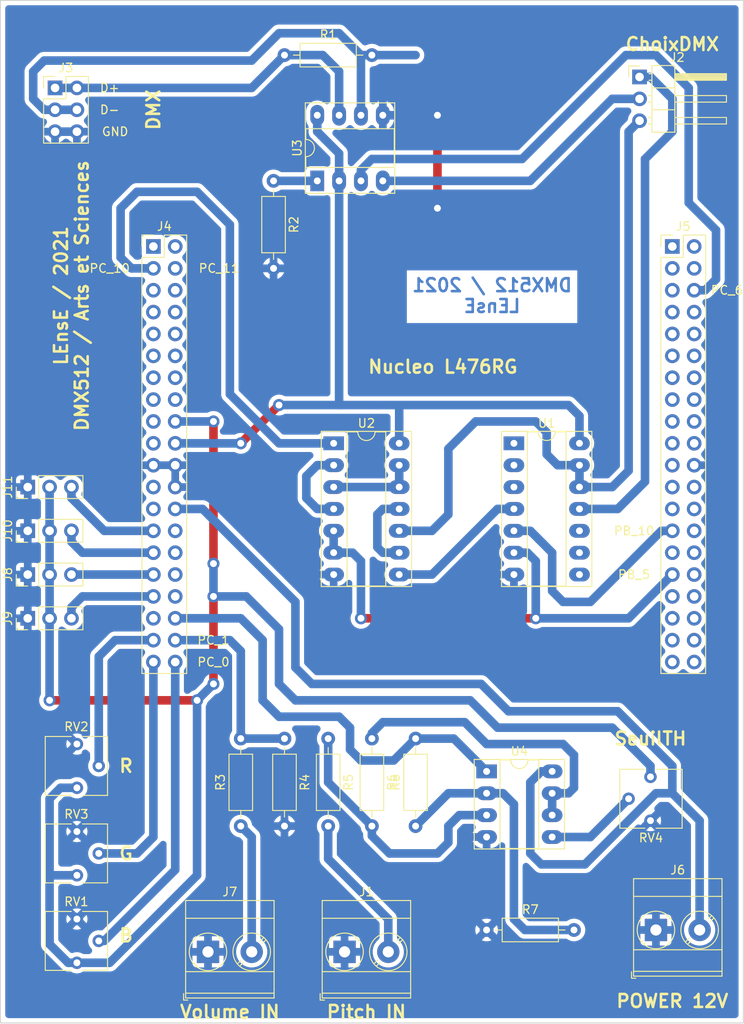
<source format=kicad_pcb>
(kicad_pcb (version 20171130) (host pcbnew "(5.1.6)-1")
  (layers (0 F.Cu signal) (31 B.Cu signal) (34 B.Paste user) (35 F.Paste user) (36 B.SilkS user) (37 F.SilkS user) (38 B.Mask user) (39 F.Mask user) (44 Edge.Cuts user))
  (net 0 "")
  (net 1 AnInB)
  (net 2 AnInG)
  (net 3 AnInR)
  (net 4 out_s)
  (net 5 start)
  (net 6 enable)
  (net 7 TX)
  (net 8 GND)
  (net 9 5V)
  (net 10 3.3V)
  (net 11 "Net-(J2-Pad3)")
  (net 12 DMX_TX)
  (net 13 "Net-(J2-Pad1)")
  (net 14 "Net-(J3-Pad3)")
  (net 15 "Net-(J3-Pad1)")
  (net 16 "Net-(R2-Pad1)")
  (net 17 notstart)
  (net 18 "Net-(U1-Pad4)")
  (net 19 "Net-(J4-Pad1)")
  (net 20 "Net-(J4-Pad2)")
  (net 21 "Net-(J4-Pad4)")
  (net 22 "Net-(J4-Pad5)")
  (net 23 "Net-(J4-Pad6)")
  (net 24 "Net-(J4-Pad7)")
  (net 25 "Net-(J4-Pad8)")
  (net 26 "Net-(J4-Pad9)")
  (net 27 "Net-(J4-Pad10)")
  (net 28 "Net-(J4-Pad11)")
  (net 29 "Net-(J4-Pad12)")
  (net 30 "Net-(J4-Pad13)")
  (net 31 "Net-(J4-Pad14)")
  (net 32 "Net-(J4-Pad15)")
  (net 33 "Net-(J4-Pad16)")
  (net 34 "Net-(J4-Pad17)")
  (net 35 "Net-(J4-Pad19)")
  (net 36 "Net-(J4-Pad23)")
  (net 37 "Net-(J4-Pad25)")
  (net 38 "Net-(J4-Pad28)")
  (net 39 "Net-(J4-Pad30)")
  (net 40 "Net-(J4-Pad32)")
  (net 41 "Net-(J4-Pad34)")
  (net 42 "Net-(J4-Pad35)")
  (net 43 "Net-(J5-Pad40)")
  (net 44 "Net-(J5-Pad39)")
  (net 45 "Net-(J5-Pad38)")
  (net 46 "Net-(J5-Pad37)")
  (net 47 "Net-(J5-Pad36)")
  (net 48 "Net-(J5-Pad35)")
  (net 49 "Net-(J5-Pad34)")
  (net 50 "Net-(J5-Pad33)")
  (net 51 "Net-(J5-Pad32)")
  (net 52 "Net-(J5-Pad30)")
  (net 53 "Net-(J5-Pad28)")
  (net 54 "Net-(J5-Pad26)")
  (net 55 "Net-(J5-Pad24)")
  (net 56 "Net-(J5-Pad23)")
  (net 57 "Net-(J5-Pad21)")
  (net 58 "Net-(J5-Pad20)")
  (net 59 "Net-(J5-Pad19)")
  (net 60 "Net-(J5-Pad18)")
  (net 61 "Net-(J5-Pad17)")
  (net 62 "Net-(J5-Pad16)")
  (net 63 "Net-(J5-Pad15)")
  (net 64 "Net-(J5-Pad14)")
  (net 65 "Net-(J5-Pad13)")
  (net 66 "Net-(J5-Pad12)")
  (net 67 "Net-(J5-Pad10)")
  (net 68 "Net-(J5-Pad9)")
  (net 69 "Net-(J5-Pad8)")
  (net 70 "Net-(J5-Pad7)")
  (net 71 "Net-(J5-Pad5)")
  (net 72 "Net-(J5-Pad4)")
  (net 73 "Net-(J5-Pad3)")
  (net 74 "Net-(J5-Pad2)")
  (net 75 "Net-(J5-Pad1)")
  (net 76 Vinput)
  (net 77 "Net-(J5-Pad25)")
  (net 78 "Net-(U2-Pad11)")
  (net 79 "Net-(U2-Pad12)")
  (net 80 "Net-(J5-Pad29)")
  (net 81 "Net-(J5-Pad11)")
  (net 82 PitchIn)
  (net 83 VolumeIn_Adapt)
  (net 84 PitchIn_Adapt)
  (net 85 VolumeIn)
  (net 86 "Net-(R5-Pad1)")
  (net 87 PitchDC)
  (net 88 "Net-(R7-Pad2)")
  (net 89 "Net-(RV4-Pad2)")
  (net 90 Mode_Autre)
  (net 91 Choix_There)
  (net 92 Mode_Epi)
  (net 93 Mode_Demo)
  (module Package_DIP:DIP-14_W7.62mm_Socket_LongPads (layer F.Cu) (at 247.015 96.52)
    (fp_text reference U1 (at 3.81 -2.33) (layer F.SilkS))
    (fp_text value 4011)
    (pad 14 thru_hole oval (at 7.62 0) (size 2.4 1.6) (drill 0.8) (layers *.Cu *.Mask) (net 9 5V))
    (pad 7 thru_hole oval (at 0 15.24) (size 2.4 1.6) (drill 0.8) (layers *.Cu *.Mask) (net 8 GND))
    (pad 13 thru_hole oval (at 7.62 2.54) (size 2.4 1.6) (drill 0.8) (layers *.Cu *.Mask) (net 11 "Net-(J2-Pad3)"))
    (pad 6 thru_hole oval (at 0 12.7) (size 2.4 1.6) (drill 0.8) (layers *.Cu *.Mask) (net 5 start))
    (pad 12 thru_hole oval (at 7.62 5.08) (size 2.4 1.6) (drill 0.8) (layers *.Cu *.Mask) (net 11 "Net-(J2-Pad3)"))
    (pad 5 thru_hole oval (at 0 10.16) (size 2.4 1.6) (drill 0.8) (layers *.Cu *.Mask) (net 4 out_s))
    (pad 11 thru_hole oval (at 7.62 7.62) (size 2.4 1.6) (drill 0.8) (layers *.Cu *.Mask) (net 13 "Net-(J2-Pad1)"))
    (pad 4 thru_hole oval (at 0 7.62) (size 2.4 1.6) (drill 0.8) (layers *.Cu *.Mask) (net 18 "Net-(U1-Pad4)"))
    (pad 10 thru_hole oval (at 7.62 10.16) (size 2.4 1.6) (drill 0.8) (layers *.Cu *.Mask))
    (pad 3 thru_hole oval (at 0 5.08) (size 2.4 1.6) (drill 0.8) (layers *.Cu *.Mask))
    (pad 9 thru_hole oval (at 7.62 12.7) (size 2.4 1.6) (drill 0.8) (layers *.Cu *.Mask))
    (pad 2 thru_hole oval (at 0 2.54) (size 2.4 1.6) (drill 0.8) (layers *.Cu *.Mask))
    (pad 8 thru_hole oval (at 7.62 15.24) (size 2.4 1.6) (drill 0.8) (layers *.Cu *.Mask))
    (pad 1 thru_hole rect (at 0 0) (size 2.4 1.6) (drill 0.8) (layers *.Cu *.Mask))
  )
  (module Connector_PinHeader_2.54mm:PinHeader_2x20_P2.54mm_Vertical (layer F.Cu) (at 205.105 73.66)
    (fp_text reference J4 (at 1.27 -2.33) (layer F.SilkS))
    (fp_text value MORPHO_G)
    (pad 1 thru_hole rect (at 0 0) (size 1.7 1.7) (drill 1) (layers *.Cu *.Mask) (net 19 "Net-(J4-Pad1)"))
    (pad 2 thru_hole oval (at 2.54 0) (size 1.7 1.7) (drill 1) (layers *.Cu *.Mask) (net 20 "Net-(J4-Pad2)"))
    (pad 3 thru_hole oval (at 0 2.54) (size 1.7 1.7) (drill 1) (layers *.Cu *.Mask) (net 7 TX))
    (pad 4 thru_hole oval (at 2.54 2.54) (size 1.7 1.7) (drill 1) (layers *.Cu *.Mask) (net 21 "Net-(J4-Pad4)"))
    (pad 5 thru_hole oval (at 0 5.08) (size 1.7 1.7) (drill 1) (layers *.Cu *.Mask) (net 22 "Net-(J4-Pad5)"))
    (pad 6 thru_hole oval (at 2.54 5.08) (size 1.7 1.7) (drill 1) (layers *.Cu *.Mask) (net 23 "Net-(J4-Pad6)"))
    (pad 7 thru_hole oval (at 0 7.62) (size 1.7 1.7) (drill 1) (layers *.Cu *.Mask) (net 24 "Net-(J4-Pad7)"))
    (pad 8 thru_hole oval (at 2.54 7.62) (size 1.7 1.7) (drill 1) (layers *.Cu *.Mask) (net 25 "Net-(J4-Pad8)"))
    (pad 9 thru_hole oval (at 0 10.16) (size 1.7 1.7) (drill 1) (layers *.Cu *.Mask) (net 26 "Net-(J4-Pad9)"))
    (pad 10 thru_hole oval (at 2.54 10.16) (size 1.7 1.7) (drill 1) (layers *.Cu *.Mask) (net 27 "Net-(J4-Pad10)"))
    (pad 11 thru_hole oval (at 0 12.7) (size 1.7 1.7) (drill 1) (layers *.Cu *.Mask) (net 28 "Net-(J4-Pad11)"))
    (pad 12 thru_hole oval (at 2.54 12.7) (size 1.7 1.7) (drill 1) (layers *.Cu *.Mask) (net 29 "Net-(J4-Pad12)"))
    (pad 13 thru_hole oval (at 0 15.24) (size 1.7 1.7) (drill 1) (layers *.Cu *.Mask) (net 30 "Net-(J4-Pad13)"))
    (pad 14 thru_hole oval (at 2.54 15.24) (size 1.7 1.7) (drill 1) (layers *.Cu *.Mask) (net 31 "Net-(J4-Pad14)"))
    (pad 15 thru_hole oval (at 0 17.78) (size 1.7 1.7) (drill 1) (layers *.Cu *.Mask) (net 32 "Net-(J4-Pad15)"))
    (pad 16 thru_hole oval (at 2.54 17.78) (size 1.7 1.7) (drill 1) (layers *.Cu *.Mask) (net 33 "Net-(J4-Pad16)"))
    (pad 17 thru_hole oval (at 0 20.32) (size 1.7 1.7) (drill 1) (layers *.Cu *.Mask) (net 34 "Net-(J4-Pad17)"))
    (pad 18 thru_hole oval (at 2.54 20.32) (size 1.7 1.7) (drill 1) (layers *.Cu *.Mask) (net 10 3.3V))
    (pad 19 thru_hole oval (at 0 22.86) (size 1.7 1.7) (drill 1) (layers *.Cu *.Mask) (net 35 "Net-(J4-Pad19)"))
    (pad 20 thru_hole oval (at 2.54 22.86) (size 1.7 1.7) (drill 1) (layers *.Cu *.Mask) (net 9 5V))
    (pad 21 thru_hole oval (at 0 25.4) (size 1.7 1.7) (drill 1) (layers *.Cu *.Mask) (net 8 GND))
    (pad 22 thru_hole oval (at 2.54 25.4) (size 1.7 1.7) (drill 1) (layers *.Cu *.Mask) (net 8 GND))
    (pad 23 thru_hole oval (at 0 27.94) (size 1.7 1.7) (drill 1) (layers *.Cu *.Mask) (net 36 "Net-(J4-Pad23)"))
    (pad 24 thru_hole oval (at 2.54 27.94) (size 1.7 1.7) (drill 1) (layers *.Cu *.Mask) (net 8 GND))
    (pad 25 thru_hole oval (at 0 30.48) (size 1.7 1.7) (drill 1) (layers *.Cu *.Mask) (net 37 "Net-(J4-Pad25)"))
    (pad 26 thru_hole oval (at 2.54 30.48) (size 1.7 1.7) (drill 1) (layers *.Cu *.Mask) (net 76 Vinput))
    (pad 27 thru_hole oval (at 0 33.02) (size 1.7 1.7) (drill 1) (layers *.Cu *.Mask) (net 90 Mode_Autre))
    (pad 28 thru_hole oval (at 2.54 33.02) (size 1.7 1.7) (drill 1) (layers *.Cu *.Mask) (net 38 "Net-(J4-Pad28)"))
    (pad 29 thru_hole oval (at 0 35.56) (size 1.7 1.7) (drill 1) (layers *.Cu *.Mask) (net 91 Choix_There))
    (pad 30 thru_hole oval (at 2.54 35.56) (size 1.7 1.7) (drill 1) (layers *.Cu *.Mask) (net 39 "Net-(J4-Pad30)"))
    (pad 31 thru_hole oval (at 0 38.1) (size 1.7 1.7) (drill 1) (layers *.Cu *.Mask) (net 92 Mode_Epi))
    (pad 32 thru_hole oval (at 2.54 38.1) (size 1.7 1.7) (drill 1) (layers *.Cu *.Mask) (net 40 "Net-(J4-Pad32)"))
    (pad 33 thru_hole oval (at 0 40.64) (size 1.7 1.7) (drill 1) (layers *.Cu *.Mask) (net 93 Mode_Demo))
    (pad 34 thru_hole oval (at 2.54 40.64) (size 1.7 1.7) (drill 1) (layers *.Cu *.Mask) (net 41 "Net-(J4-Pad34)"))
    (pad 35 thru_hole oval (at 0 43.18) (size 1.7 1.7) (drill 1) (layers *.Cu *.Mask) (net 42 "Net-(J4-Pad35)"))
    (pad 36 thru_hole oval (at 2.54 43.18) (size 1.7 1.7) (drill 1) (layers *.Cu *.Mask) (net 84 PitchIn_Adapt))
    (pad 37 thru_hole oval (at 0 45.72) (size 1.7 1.7) (drill 1) (layers *.Cu *.Mask) (net 2 AnInG))
    (pad 38 thru_hole oval (at 2.54 45.72) (size 1.7 1.7) (drill 1) (layers *.Cu *.Mask) (net 83 VolumeIn_Adapt))
    (pad 39 thru_hole oval (at 0 48.26) (size 1.7 1.7) (drill 1) (layers *.Cu *.Mask) (net 1 AnInB))
    (pad 40 thru_hole oval (at 2.54 48.26) (size 1.7 1.7) (drill 1) (layers *.Cu *.Mask) (net 3 AnInR))
  )
  (module Connector_PinHeader_2.54mm:PinHeader_2x20_P2.54mm_Vertical (layer F.Cu) (at 265.43 73.66)
    (fp_text reference J5 (at 1.27 -2.33) (layer F.SilkS))
    (fp_text value MORPHO_D)
    (pad 40 thru_hole oval (at 2.54 48.26) (size 1.7 1.7) (drill 1) (layers *.Cu *.Mask) (net 43 "Net-(J5-Pad40)"))
    (pad 39 thru_hole oval (at 0 48.26) (size 1.7 1.7) (drill 1) (layers *.Cu *.Mask) (net 44 "Net-(J5-Pad39)"))
    (pad 38 thru_hole oval (at 2.54 45.72) (size 1.7 1.7) (drill 1) (layers *.Cu *.Mask) (net 45 "Net-(J5-Pad38)"))
    (pad 37 thru_hole oval (at 0 45.72) (size 1.7 1.7) (drill 1) (layers *.Cu *.Mask) (net 46 "Net-(J5-Pad37)"))
    (pad 36 thru_hole oval (at 2.54 43.18) (size 1.7 1.7) (drill 1) (layers *.Cu *.Mask) (net 47 "Net-(J5-Pad36)"))
    (pad 35 thru_hole oval (at 0 43.18) (size 1.7 1.7) (drill 1) (layers *.Cu *.Mask) (net 48 "Net-(J5-Pad35)"))
    (pad 34 thru_hole oval (at 2.54 40.64) (size 1.7 1.7) (drill 1) (layers *.Cu *.Mask) (net 49 "Net-(J5-Pad34)"))
    (pad 33 thru_hole oval (at 0 40.64) (size 1.7 1.7) (drill 1) (layers *.Cu *.Mask) (net 50 "Net-(J5-Pad33)"))
    (pad 32 thru_hole oval (at 2.54 38.1) (size 1.7 1.7) (drill 1) (layers *.Cu *.Mask) (net 51 "Net-(J5-Pad32)"))
    (pad 31 thru_hole oval (at 0 38.1) (size 1.7 1.7) (drill 1) (layers *.Cu *.Mask) (net 5 start))
    (pad 30 thru_hole oval (at 2.54 35.56) (size 1.7 1.7) (drill 1) (layers *.Cu *.Mask) (net 52 "Net-(J5-Pad30)"))
    (pad 29 thru_hole oval (at 0 35.56) (size 1.7 1.7) (drill 1) (layers *.Cu *.Mask) (net 80 "Net-(J5-Pad29)"))
    (pad 28 thru_hole oval (at 2.54 33.02) (size 1.7 1.7) (drill 1) (layers *.Cu *.Mask) (net 53 "Net-(J5-Pad28)"))
    (pad 27 thru_hole oval (at 0 33.02) (size 1.7 1.7) (drill 1) (layers *.Cu *.Mask) (net 4 out_s))
    (pad 26 thru_hole oval (at 2.54 30.48) (size 1.7 1.7) (drill 1) (layers *.Cu *.Mask) (net 54 "Net-(J5-Pad26)"))
    (pad 25 thru_hole oval (at 0 30.48) (size 1.7 1.7) (drill 1) (layers *.Cu *.Mask) (net 77 "Net-(J5-Pad25)"))
    (pad 24 thru_hole oval (at 2.54 27.94) (size 1.7 1.7) (drill 1) (layers *.Cu *.Mask) (net 55 "Net-(J5-Pad24)"))
    (pad 23 thru_hole oval (at 0 27.94) (size 1.7 1.7) (drill 1) (layers *.Cu *.Mask) (net 56 "Net-(J5-Pad23)"))
    (pad 22 thru_hole oval (at 2.54 25.4) (size 1.7 1.7) (drill 1) (layers *.Cu *.Mask) (net 8 GND))
    (pad 21 thru_hole oval (at 0 25.4) (size 1.7 1.7) (drill 1) (layers *.Cu *.Mask) (net 57 "Net-(J5-Pad21)"))
    (pad 20 thru_hole oval (at 2.54 22.86) (size 1.7 1.7) (drill 1) (layers *.Cu *.Mask) (net 58 "Net-(J5-Pad20)"))
    (pad 19 thru_hole oval (at 0 22.86) (size 1.7 1.7) (drill 1) (layers *.Cu *.Mask) (net 59 "Net-(J5-Pad19)"))
    (pad 18 thru_hole oval (at 2.54 20.32) (size 1.7 1.7) (drill 1) (layers *.Cu *.Mask) (net 60 "Net-(J5-Pad18)"))
    (pad 17 thru_hole oval (at 0 20.32) (size 1.7 1.7) (drill 1) (layers *.Cu *.Mask) (net 61 "Net-(J5-Pad17)"))
    (pad 16 thru_hole oval (at 2.54 17.78) (size 1.7 1.7) (drill 1) (layers *.Cu *.Mask) (net 62 "Net-(J5-Pad16)"))
    (pad 15 thru_hole oval (at 0 17.78) (size 1.7 1.7) (drill 1) (layers *.Cu *.Mask) (net 63 "Net-(J5-Pad15)"))
    (pad 14 thru_hole oval (at 2.54 15.24) (size 1.7 1.7) (drill 1) (layers *.Cu *.Mask) (net 64 "Net-(J5-Pad14)"))
    (pad 13 thru_hole oval (at 0 15.24) (size 1.7 1.7) (drill 1) (layers *.Cu *.Mask) (net 65 "Net-(J5-Pad13)"))
    (pad 12 thru_hole oval (at 2.54 12.7) (size 1.7 1.7) (drill 1) (layers *.Cu *.Mask) (net 66 "Net-(J5-Pad12)"))
    (pad 11 thru_hole oval (at 0 12.7) (size 1.7 1.7) (drill 1) (layers *.Cu *.Mask) (net 81 "Net-(J5-Pad11)"))
    (pad 10 thru_hole oval (at 2.54 10.16) (size 1.7 1.7) (drill 1) (layers *.Cu *.Mask) (net 67 "Net-(J5-Pad10)"))
    (pad 9 thru_hole oval (at 0 10.16) (size 1.7 1.7) (drill 1) (layers *.Cu *.Mask) (net 68 "Net-(J5-Pad9)"))
    (pad 8 thru_hole oval (at 2.54 7.62) (size 1.7 1.7) (drill 1) (layers *.Cu *.Mask) (net 69 "Net-(J5-Pad8)"))
    (pad 7 thru_hole oval (at 0 7.62) (size 1.7 1.7) (drill 1) (layers *.Cu *.Mask) (net 70 "Net-(J5-Pad7)"))
    (pad 6 thru_hole oval (at 2.54 5.08) (size 1.7 1.7) (drill 1) (layers *.Cu *.Mask) (net 6 enable))
    (pad 5 thru_hole oval (at 0 5.08) (size 1.7 1.7) (drill 1) (layers *.Cu *.Mask) (net 71 "Net-(J5-Pad5)"))
    (pad 4 thru_hole oval (at 2.54 2.54) (size 1.7 1.7) (drill 1) (layers *.Cu *.Mask) (net 72 "Net-(J5-Pad4)"))
    (pad 3 thru_hole oval (at 0 2.54) (size 1.7 1.7) (drill 1) (layers *.Cu *.Mask) (net 73 "Net-(J5-Pad3)"))
    (pad 2 thru_hole oval (at 2.54 0) (size 1.7 1.7) (drill 1) (layers *.Cu *.Mask) (net 74 "Net-(J5-Pad2)"))
    (pad 1 thru_hole rect (at 0 0) (size 1.7 1.7) (drill 1) (layers *.Cu *.Mask) (net 75 "Net-(J5-Pad1)"))
  )
  (module Connector_PinHeader_2.54mm:PinHeader_2x03_P2.54mm_Vertical (layer F.Cu) (at 193.675 55.245)
    (fp_text reference J3 (at 1.27 -2.33) (layer F.SilkS))
    (fp_text value To_Dmx)
    (pad 1 thru_hole rect (at 0 0) (size 1.7 1.7) (drill 1) (layers *.Cu *.Mask) (net 15 "Net-(J3-Pad1)"))
    (pad 2 thru_hole oval (at 2.54 0) (size 1.7 1.7) (drill 1) (layers *.Cu *.Mask) (net 15 "Net-(J3-Pad1)"))
    (pad 3 thru_hole oval (at 0 2.54) (size 1.7 1.7) (drill 1) (layers *.Cu *.Mask) (net 14 "Net-(J3-Pad3)"))
    (pad 4 thru_hole oval (at 2.54 2.54) (size 1.7 1.7) (drill 1) (layers *.Cu *.Mask) (net 14 "Net-(J3-Pad3)"))
    (pad 5 thru_hole oval (at 0 5.08) (size 1.7 1.7) (drill 1) (layers *.Cu *.Mask) (net 8 GND))
    (pad 6 thru_hole oval (at 2.54 5.08) (size 1.7 1.7) (drill 1) (layers *.Cu *.Mask) (net 8 GND))
  )
  (module Potentiometer_THT:Potentiometer_Vishay_T73YP_Vertical (layer F.Cu) (at 196.215 156.845)
    (fp_text reference RV1 (at -0.06 -7.09) (layer F.SilkS))
    (fp_text value PotR)
    (pad 1 thru_hole circle (at 0 0) (size 1.44 1.44) (drill 0.8) (layers *.Cu *.Mask) (net 10 3.3V))
    (pad 2 thru_hole circle (at 2.54 -2.54) (size 1.44 1.44) (drill 0.8) (layers *.Cu *.Mask) (net 3 AnInR))
    (pad 3 thru_hole circle (at 0 -5.08) (size 1.44 1.44) (drill 0.8) (layers *.Cu *.Mask) (net 8 GND))
  )
  (module Potentiometer_THT:Potentiometer_Vishay_T73YP_Vertical (layer F.Cu) (at 196.215 136.525)
    (fp_text reference RV2 (at -0.06 -7.09) (layer F.SilkS))
    (fp_text value PotG)
    (pad 3 thru_hole circle (at 0 -5.08) (size 1.44 1.44) (drill 0.8) (layers *.Cu *.Mask) (net 8 GND))
    (pad 2 thru_hole circle (at 2.54 -2.54) (size 1.44 1.44) (drill 0.8) (layers *.Cu *.Mask) (net 2 AnInG))
    (pad 1 thru_hole circle (at 0 0) (size 1.44 1.44) (drill 0.8) (layers *.Cu *.Mask) (net 10 3.3V))
  )
  (module Potentiometer_THT:Potentiometer_Vishay_T73YP_Vertical (layer F.Cu) (at 196.215 146.685)
    (fp_text reference RV3 (at -0.06 -7.09) (layer F.SilkS))
    (fp_text value PotB)
    (pad 3 thru_hole circle (at 0 -5.08) (size 1.44 1.44) (drill 0.8) (layers *.Cu *.Mask) (net 8 GND))
    (pad 2 thru_hole circle (at 2.54 -2.54) (size 1.44 1.44) (drill 0.8) (layers *.Cu *.Mask) (net 1 AnInB))
    (pad 1 thru_hole circle (at 0 0) (size 1.44 1.44) (drill 0.8) (layers *.Cu *.Mask) (net 10 3.3V))
  )
  (module Package_DIP:DIP-8_W7.62mm_Socket_LongPads (layer F.Cu) (at 224.155 66.04 90)
    (fp_text reference U3 (at 3.81 -2.33 90) (layer F.SilkS))
    (fp_text value MAX485)
    (pad 1 thru_hole rect (at 0 0 90) (size 2.4 1.6) (drill 0.8) (layers *.Cu *.Mask) (net 16 "Net-(R2-Pad1)"))
    (pad 5 thru_hole oval (at 7.62 7.62 90) (size 2.4 1.6) (drill 0.8) (layers *.Cu *.Mask) (net 8 GND))
    (pad 2 thru_hole oval (at 0 2.54 90) (size 2.4 1.6) (drill 0.8) (layers *.Cu *.Mask) (net 9 5V))
    (pad 6 thru_hole oval (at 7.62 5.08 90) (size 2.4 1.6) (drill 0.8) (layers *.Cu *.Mask) (net 14 "Net-(J3-Pad3)"))
    (pad 3 thru_hole oval (at 0 5.08 90) (size 2.4 1.6) (drill 0.8) (layers *.Cu *.Mask) (net 6 enable))
    (pad 7 thru_hole oval (at 7.62 2.54 90) (size 2.4 1.6) (drill 0.8) (layers *.Cu *.Mask) (net 15 "Net-(J3-Pad1)"))
    (pad 4 thru_hole oval (at 0 7.62 90) (size 2.4 1.6) (drill 0.8) (layers *.Cu *.Mask) (net 12 DMX_TX))
    (pad 8 thru_hole oval (at 7.62 0 90) (size 2.4 1.6) (drill 0.8) (layers *.Cu *.Mask) (net 9 5V))
  )
  (module TerminalBlock_Phoenix:TerminalBlock_Phoenix_MKDS-3-2-5.08_1x02_P5.08mm_Horizontal (layer F.Cu) (at 263.525 153.035)
    (fp_text reference J6 (at 2.54 -6.96) (layer F.SilkS))
    (fp_text value Power)
    (pad 1 thru_hole rect (at 0 0) (size 2.6 2.6) (drill 1.3) (layers *.Cu *.Mask) (net 8 GND))
    (pad 2 thru_hole circle (at 5.08 0) (size 2.6 2.6) (drill 1.3) (layers *.Cu *.Mask) (net 76 Vinput))
  )
  (module Connector_PinHeader_2.54mm:PinHeader_1x03_P2.54mm_Horizontal (layer F.Cu) (at 261.62 53.975)
    (fp_text reference J2 (at 4.385 -2.27) (layer F.SilkS))
    (fp_text value ChoixDMX)
    (pad 1 thru_hole rect (at 0 0) (size 1.7 1.7) (drill 1) (layers *.Cu *.Mask) (net 13 "Net-(J2-Pad1)"))
    (pad 2 thru_hole oval (at 0 2.54) (size 1.7 1.7) (drill 1) (layers *.Cu *.Mask) (net 12 DMX_TX))
    (pad 3 thru_hole oval (at 0 5.08) (size 1.7 1.7) (drill 1) (layers *.Cu *.Mask) (net 11 "Net-(J2-Pad3)"))
  )
  (module Package_DIP:DIP-14_W7.62mm_Socket_LongPads (layer F.Cu) (at 226.06 96.52)
    (fp_text reference U2 (at 3.81 -2.33) (layer F.SilkS))
    (fp_text value 4011)
    (pad 1 thru_hole rect (at 0 0) (size 2.4 1.6) (drill 0.8) (layers *.Cu *.Mask) (net 7 TX))
    (pad 8 thru_hole oval (at 7.62 15.24) (size 2.4 1.6) (drill 0.8) (layers *.Cu *.Mask) (net 18 "Net-(U1-Pad4)"))
    (pad 2 thru_hole oval (at 0 2.54) (size 2.4 1.6) (drill 0.8) (layers *.Cu *.Mask) (net 17 notstart))
    (pad 9 thru_hole oval (at 7.62 12.7) (size 2.4 1.6) (drill 0.8) (layers *.Cu *.Mask) (net 78 "Net-(U2-Pad11)"))
    (pad 3 thru_hole oval (at 0 5.08) (size 2.4 1.6) (drill 0.8) (layers *.Cu *.Mask) (net 79 "Net-(U2-Pad12)"))
    (pad 10 thru_hole oval (at 7.62 10.16) (size 2.4 1.6) (drill 0.8) (layers *.Cu *.Mask) (net 11 "Net-(J2-Pad3)"))
    (pad 4 thru_hole oval (at 0 7.62) (size 2.4 1.6) (drill 0.8) (layers *.Cu *.Mask) (net 17 notstart))
    (pad 11 thru_hole oval (at 7.62 7.62) (size 2.4 1.6) (drill 0.8) (layers *.Cu *.Mask) (net 78 "Net-(U2-Pad11)"))
    (pad 5 thru_hole oval (at 0 10.16) (size 2.4 1.6) (drill 0.8) (layers *.Cu *.Mask) (net 5 start))
    (pad 12 thru_hole oval (at 7.62 5.08) (size 2.4 1.6) (drill 0.8) (layers *.Cu *.Mask) (net 79 "Net-(U2-Pad12)"))
    (pad 6 thru_hole oval (at 0 12.7) (size 2.4 1.6) (drill 0.8) (layers *.Cu *.Mask) (net 5 start))
    (pad 13 thru_hole oval (at 7.62 2.54) (size 2.4 1.6) (drill 0.8) (layers *.Cu *.Mask) (net 79 "Net-(U2-Pad12)"))
    (pad 7 thru_hole oval (at 0 15.24) (size 2.4 1.6) (drill 0.8) (layers *.Cu *.Mask) (net 8 GND))
    (pad 14 thru_hole oval (at 7.62 0) (size 2.4 1.6) (drill 0.8) (layers *.Cu *.Mask) (net 9 5V))
  )
  (module TerminalBlock_Phoenix:TerminalBlock_Phoenix_MKDS-3-2-5.08_1x02_P5.08mm_Horizontal (layer F.Cu) (at 211.455 155.575)
    (fp_text reference J7 (at 2.54 -6.96) (layer F.SilkS))
    (fp_text value VolumeIn)
    (pad 1 thru_hole rect (at 0 0) (size 2.6 2.6) (drill 1.3) (layers *.Cu *.Mask) (net 8 GND))
    (pad 2 thru_hole circle (at 5.08 0) (size 2.6 2.6) (drill 1.3) (layers *.Cu *.Mask) (net 85 VolumeIn))
  )
  (module Resistor_THT:R_Axial_DIN0207_L6.3mm_D2.5mm_P10.16mm_Horizontal (layer F.Cu) (at 215.265 140.97 90)
    (fp_text reference R3 (at 5.08 -2.37 90) (layer F.SilkS))
    (fp_text value 22k)
    (pad 2 thru_hole oval (at 10.16 0 90) (size 1.6 1.6) (drill 0.8) (layers *.Cu *.Mask) (net 83 VolumeIn_Adapt))
    (pad 1 thru_hole circle (at 0 0 90) (size 1.6 1.6) (drill 0.8) (layers *.Cu *.Mask) (net 85 VolumeIn))
  )
  (module Resistor_THT:R_Axial_DIN0207_L6.3mm_D2.5mm_P10.16mm_Horizontal (layer F.Cu) (at 220.345 130.81 270)
    (fp_text reference R4 (at 5.08 -2.37 270) (layer F.SilkS))
    (fp_text value 10k)
    (pad 1 thru_hole circle (at 0 0 270) (size 1.6 1.6) (drill 0.8) (layers *.Cu *.Mask) (net 83 VolumeIn_Adapt))
    (pad 2 thru_hole oval (at 10.16 0 270) (size 1.6 1.6) (drill 0.8) (layers *.Cu *.Mask) (net 8 GND))
  )
  (module Resistor_THT:R_Axial_DIN0207_L6.3mm_D2.5mm_P10.16mm_Horizontal (layer F.Cu) (at 225.425 130.81 270)
    (fp_text reference R5 (at 5.08 -2.37 270) (layer F.SilkS))
    (fp_text value 47k)
    (pad 2 thru_hole oval (at 10.16 0 270) (size 1.6 1.6) (drill 0.8) (layers *.Cu *.Mask) (net 82 PitchIn))
    (pad 1 thru_hole circle (at 0 0 270) (size 1.6 1.6) (drill 0.8) (layers *.Cu *.Mask) (net 86 "Net-(R5-Pad1)"))
  )
  (module Resistor_THT:R_Axial_DIN0207_L6.3mm_D2.5mm_P10.16mm_Horizontal (layer F.Cu) (at 230.505 130.81 270)
    (fp_text reference R6 (at 5.08 -2.37 270) (layer F.SilkS))
    (fp_text value 22k)
    (pad 1 thru_hole circle (at 0 0 270) (size 1.6 1.6) (drill 0.8) (layers *.Cu *.Mask) (net 87 PitchDC))
    (pad 2 thru_hole oval (at 10.16 0 270) (size 1.6 1.6) (drill 0.8) (layers *.Cu *.Mask) (net 86 "Net-(R5-Pad1)"))
  )
  (module Resistor_THT:R_Axial_DIN0207_L6.3mm_D2.5mm_P10.16mm_Horizontal (layer F.Cu) (at 243.84 153.035)
    (fp_text reference R7 (at 5.08 -2.37) (layer F.SilkS))
    (fp_text value 47k)
    (pad 1 thru_hole circle (at 0 0) (size 1.6 1.6) (drill 0.8) (layers *.Cu *.Mask) (net 8 GND))
    (pad 2 thru_hole oval (at 10.16 0) (size 1.6 1.6) (drill 0.8) (layers *.Cu *.Mask) (net 88 "Net-(R7-Pad2)"))
  )
  (module Resistor_THT:R_Axial_DIN0207_L6.3mm_D2.5mm_P10.16mm_Horizontal (layer F.Cu) (at 235.585 140.97 90)
    (fp_text reference R8 (at 5.08 -2.37 90) (layer F.SilkS))
    (fp_text value 22k)
    (pad 2 thru_hole oval (at 10.16 0 90) (size 1.6 1.6) (drill 0.8) (layers *.Cu *.Mask) (net 84 PitchIn_Adapt))
    (pad 1 thru_hole circle (at 0 0 90) (size 1.6 1.6) (drill 0.8) (layers *.Cu *.Mask) (net 88 "Net-(R7-Pad2)"))
  )
  (module Package_DIP:DIP-8_W7.62mm_Socket_LongPads (layer F.Cu) (at 243.84 134.62)
    (fp_text reference U4 (at 3.81 -2.33) (layer F.SilkS))
    (fp_text value LM358)
    (pad 1 thru_hole rect (at 0 0) (size 2.4 1.6) (drill 0.8) (layers *.Cu *.Mask) (net 84 PitchIn_Adapt))
    (pad 5 thru_hole oval (at 7.62 7.62) (size 2.4 1.6) (drill 0.8) (layers *.Cu *.Mask) (net 89 "Net-(RV4-Pad2)"))
    (pad 2 thru_hole oval (at 0 2.54) (size 2.4 1.6) (drill 0.8) (layers *.Cu *.Mask) (net 88 "Net-(R7-Pad2)"))
    (pad 6 thru_hole oval (at 7.62 5.08) (size 2.4 1.6) (drill 0.8) (layers *.Cu *.Mask) (net 87 PitchDC))
    (pad 3 thru_hole oval (at 0 5.08) (size 2.4 1.6) (drill 0.8) (layers *.Cu *.Mask) (net 86 "Net-(R5-Pad1)"))
    (pad 7 thru_hole oval (at 7.62 2.54) (size 2.4 1.6) (drill 0.8) (layers *.Cu *.Mask) (net 87 PitchDC))
    (pad 4 thru_hole oval (at 0 7.62) (size 2.4 1.6) (drill 0.8) (layers *.Cu *.Mask) (net 8 GND))
    (pad 8 thru_hole oval (at 7.62 0) (size 2.4 1.6) (drill 0.8) (layers *.Cu *.Mask) (net 76 Vinput))
  )
  (module TerminalBlock_Phoenix:TerminalBlock_Phoenix_MKDS-3-2-5.08_1x02_P5.08mm_Horizontal (layer F.Cu) (at 227.33 155.575)
    (fp_text reference J1 (at 2.54 -6.96) (layer F.SilkS))
    (fp_text value PitchIn)
    (pad 1 thru_hole rect (at 0 0) (size 2.6 2.6) (drill 1.3) (layers *.Cu *.Mask) (net 8 GND))
    (pad 2 thru_hole circle (at 5.08 0) (size 2.6 2.6) (drill 1.3) (layers *.Cu *.Mask) (net 82 PitchIn))
  )
  (module Potentiometer_THT:Potentiometer_Vishay_T73YP_Vertical (layer F.Cu) (at 262.89 135.255 180)
    (fp_text reference RV4 (at -0.06 -7.09 180) (layer F.SilkS))
    (fp_text value ReglageVc)
    (pad 3 thru_hole circle (at 0 -5.08 180) (size 1.44 1.44) (drill 0.8) (layers *.Cu *.Mask) (net 8 GND))
    (pad 2 thru_hole circle (at 2.54 -2.54 180) (size 1.44 1.44) (drill 0.8) (layers *.Cu *.Mask) (net 89 "Net-(RV4-Pad2)"))
    (pad 1 thru_hole circle (at 0 0 180) (size 1.44 1.44) (drill 0.8) (layers *.Cu *.Mask) (net 10 3.3V))
  )
  (module Connector_PinHeader_2.54mm:PinHeader_1x03_P2.54mm_Vertical (layer F.Cu) (at 190.5 111.76 90)
    (fp_text reference J8 (at 0 -2.33 90) (layer F.SilkS))
    (fp_text value MODE_EPI_SMO)
    (pad 1 thru_hole rect (at 0 0 90) (size 1.7 1.7) (drill 1) (layers *.Cu *.Mask) (net 8 GND))
    (pad 2 thru_hole oval (at 0 2.54 90) (size 1.7 1.7) (drill 1) (layers *.Cu *.Mask) (net 10 3.3V))
    (pad 3 thru_hole oval (at 0 5.08 90) (size 1.7 1.7) (drill 1) (layers *.Cu *.Mask) (net 92 Mode_Epi))
  )
  (module Connector_PinHeader_2.54mm:PinHeader_1x03_P2.54mm_Vertical (layer F.Cu) (at 190.5 116.84 90)
    (fp_text reference J9 (at 0 -2.33 90) (layer F.SilkS))
    (fp_text value MODE_DEMO_MUSIC)
    (pad 3 thru_hole oval (at 0 5.08 90) (size 1.7 1.7) (drill 1) (layers *.Cu *.Mask) (net 93 Mode_Demo))
    (pad 2 thru_hole oval (at 0 2.54 90) (size 1.7 1.7) (drill 1) (layers *.Cu *.Mask) (net 10 3.3V))
    (pad 1 thru_hole rect (at 0 0 90) (size 1.7 1.7) (drill 1) (layers *.Cu *.Mask) (net 8 GND))
  )
  (module Connector_PinHeader_2.54mm:PinHeader_1x03_P2.54mm_Vertical (layer F.Cu) (at 190.5 106.68 90)
    (fp_text reference J10 (at 0 -2.33 90) (layer F.SilkS))
    (fp_text value CHOIX_THERE)
    (pad 1 thru_hole rect (at 0 0 90) (size 1.7 1.7) (drill 1) (layers *.Cu *.Mask) (net 8 GND))
    (pad 2 thru_hole oval (at 0 2.54 90) (size 1.7 1.7) (drill 1) (layers *.Cu *.Mask) (net 10 3.3V))
    (pad 3 thru_hole oval (at 0 5.08 90) (size 1.7 1.7) (drill 1) (layers *.Cu *.Mask) (net 91 Choix_There))
  )
  (module Connector_PinHeader_2.54mm:PinHeader_1x03_P2.54mm_Vertical (layer F.Cu) (at 190.5 101.6 90)
    (fp_text reference J11 (at 0 -2.33 90) (layer F.SilkS))
    (fp_text value MODE_AUTRE)
    (pad 3 thru_hole oval (at 0 5.08 90) (size 1.7 1.7) (drill 1) (layers *.Cu *.Mask) (net 90 Mode_Autre))
    (pad 2 thru_hole oval (at 0 2.54 90) (size 1.7 1.7) (drill 1) (layers *.Cu *.Mask) (net 10 3.3V))
    (pad 1 thru_hole rect (at 0 0 90) (size 1.7 1.7) (drill 1) (layers *.Cu *.Mask) (net 8 GND))
  )
  (module Resistor_THT:R_Axial_DIN0207_L6.3mm_D2.5mm_P10.16mm_Horizontal (layer F.Cu) (at 220.345 51.435)
    (fp_text reference R1 (at 5.08 -2.37) (layer F.SilkS))
    (fp_text value 120)
    (pad 2 thru_hole oval (at 10.16 0) (size 1.6 1.6) (drill 0.8) (layers *.Cu *.Mask) (net 14 "Net-(J3-Pad3)"))
    (pad 1 thru_hole circle (at 0 0) (size 1.6 1.6) (drill 0.8) (layers *.Cu *.Mask) (net 15 "Net-(J3-Pad1)"))
  )
  (module Resistor_THT:R_Axial_DIN0207_L6.3mm_D2.5mm_P10.16mm_Horizontal (layer F.Cu) (at 219.075 66.04 270)
    (fp_text reference R2 (at 5.08 -2.37 90) (layer F.SilkS))
    (fp_text value 120)
    (pad 1 thru_hole circle (at 0 0 270) (size 1.6 1.6) (drill 0.8) (layers *.Cu *.Mask) (net 16 "Net-(R2-Pad1)"))
    (pad 2 thru_hole oval (at 10.16 0 270) (size 1.6 1.6) (drill 0.8) (layers *.Cu *.Mask) (net 8 GND))
  )
  (gr_text DMX (at 205.105 57.785 90) (layer F.SilkS) (effects (font (size 1.5 1.5) (thickness 0.3))))
  (gr_text ChoixDMX (at 265.43 50.165) (layer F.SilkS) (effects (font (size 1.5 1.5) (thickness 0.3))))
  (gr_text "Nucleo L476RG" (at 238.76 87.63) (layer F.SilkS) (effects (font (size 1.5 1.5) (thickness 0.3))))
  (gr_text SeuilTH (at 262.89 130.81) (layer F.SilkS) (effects (font (size 1.5 1.5) (thickness 0.3))))
  (gr_text B (at 201.93 153.67) (layer F.SilkS) (effects (font (size 1.5 1.5) (thickness 0.3))))
  (gr_text G (at 201.93 144.145) (layer F.SilkS) (effects (font (size 1.5 1.5) (thickness 0.3))))
  (gr_text R (at 201.93 133.985) (layer F.SilkS) (effects (font (size 1.5 1.5) (thickness 0.3))))
  (gr_text "POWER 12V" (at 265.43 161.29) (layer F.SilkS) (effects (font (size 1.5 1.5) (thickness 0.3))))
  (gr_text "Pitch IN" (at 229.87 162.56) (layer F.SilkS) (effects (font (size 1.5 1.5) (thickness 0.3))))
  (gr_text "Volume IN" (at 213.995 162.56) (layer F.SilkS) (effects (font (size 1.5 1.5) (thickness 0.3))))
  (gr_text "LEnsE / 2021\nDMX512 / Arts et Sciences" (at 195.58 79.375 90) (layer F.SilkS) (effects (font (size 1.5 1.5) (thickness 0.3))))
  (gr_text PB_10 (at 260.985 106.68) (layer F.SilkS) (effects (font (size 1 1))))
  (gr_text PB_5 (at 260.985 111.76) (layer F.SilkS) (effects (font (size 1 1))))
  (gr_text PC_6 (at 271.78 78.74) (layer F.SilkS) (effects (font (size 1 1))))
  (gr_text "DMX512 / 2021\nLEnsE" (at 244.475 79.375) (layer B.Cu) (effects (font (size 1.5 1.5) (thickness 0.3)) (justify mirror)))
  (gr_text D- (at 200.025 57.785) (layer F.SilkS) (effects (font (size 1 1))))
  (gr_text D+ (at 200.025 55.245) (layer F.SilkS) (effects (font (size 1 1))))
  (gr_text "GND\n" (at 200.66 60.325) (layer F.SilkS) (effects (font (size 1 1))))
  (gr_text PC_11 (at 212.725 76.2) (layer F.SilkS) (effects (font (size 1 1))))
  (gr_text PC_10 (at 200.025 76.2) (layer F.SilkS) (effects (font (size 1 1))))
  (gr_text PC_1 (at 212.09 119.38) (layer F.SilkS) (effects (font (size 1 1))))
  (gr_text PC_0 (at 212.09 121.92) (layer F.SilkS) (effects (font (size 1 1))))
  (gr_line (start 273.685 45.085) (end 273.685 163.83) (layer Edge.Cuts) (width 0.1))
  (gr_line (start 187.325 45.085) (end 273.685 45.085) (layer Edge.Cuts) (width 0.1))
  (gr_line (start 187.325 163.83) (end 187.325 45.085) (layer Edge.Cuts) (width 0.1))
  (gr_line (start 273.685 163.83) (end 187.325 163.83) (layer Edge.Cuts) (width 0.1))
  (segment (start 205.105 142.24) (end 205.105 121.92) (width 1) (layer B.Cu) (net 1))
  (segment (start 198.755 144.145) (end 203.2 144.145) (width 1) (layer B.Cu) (net 1))
  (segment (start 203.2 144.145) (end 205.105 142.24) (width 1) (layer B.Cu) (net 1))
  (segment (start 198.755 133.985) (end 198.755 121.285) (width 1) (layer B.Cu) (net 2))
  (segment (start 200.66 119.38) (end 205.105 119.38) (width 1) (layer B.Cu) (net 2))
  (segment (start 198.755 121.285) (end 200.66 119.38) (width 1) (layer B.Cu) (net 2))
  (segment (start 207.645 146.05) (end 207.645 121.92) (width 1) (layer B.Cu) (net 3))
  (segment (start 198.755 154.305) (end 199.39 154.305) (width 1) (layer B.Cu) (net 3))
  (segment (start 199.39 154.305) (end 207.645 146.05) (width 1) (layer B.Cu) (net 3))
  (segment (start 255.905 114.935) (end 264.16 106.68) (width 1) (layer B.Cu) (net 4))
  (segment (start 251.46 113.665) (end 252.73 114.935) (width 1) (layer B.Cu) (net 4))
  (segment (start 264.16 106.68) (end 265.43 106.68) (width 1) (layer B.Cu) (net 4))
  (segment (start 248.92 106.68) (end 251.46 109.22) (width 1) (layer B.Cu) (net 4))
  (segment (start 247.015 106.68) (end 248.92 106.68) (width 1) (layer B.Cu) (net 4))
  (segment (start 251.46 109.22) (end 251.46 113.665) (width 1) (layer B.Cu) (net 4))
  (segment (start 252.73 114.935) (end 255.905 114.935) (width 1) (layer B.Cu) (net 4))
  (segment (start 265.43 111.76) (end 260.35 116.84) (width 1) (layer B.Cu) (net 5))
  (segment (start 260.35 116.84) (end 249.555 116.84) (width 1) (layer B.Cu) (net 5))
  (segment (start 249.555 110.195) (end 249.555 116.84) (width 1) (layer B.Cu) (net 5))
  (segment (start 247.015 109.22) (end 248.58 109.22) (width 1) (layer B.Cu) (net 5))
  (segment (start 248.58 109.22) (end 249.555 110.195) (width 1) (layer B.Cu) (net 5))
  (segment (start 226.06 106.68) (end 226.06 109.22) (width 1) (layer B.Cu) (net 5))
  (via (at 249.555 116.84) (size 1.4) (drill 0.8) (layers F.Cu B.Cu) (net 5))
  (via (at 229.235 116.84) (size 1.4) (drill 0.8) (layers F.Cu B.Cu) (net 5))
  (segment (start 226.06 109.22) (end 228.26 109.22) (width 1) (layer B.Cu) (net 5))
  (segment (start 249.555 116.84) (end 229.235 116.84) (width 1) (layer F.Cu) (net 5))
  (segment (start 228.26 109.22) (end 229.235 110.195) (width 1) (layer B.Cu) (net 5))
  (segment (start 229.235 110.195) (end 229.235 116.84) (width 1) (layer B.Cu) (net 5))
  (segment (start 247.9675 63.5) (end 230.505 63.5) (width 1) (layer B.Cu) (net 6))
  (segment (start 230.505 63.5) (end 229.235 64.77) (width 1) (layer B.Cu) (net 6))
  (segment (start 260.0325 51.435) (end 247.9675 63.5) (width 1) (layer B.Cu) (net 6))
  (segment (start 263.525 51.435) (end 260.0325 51.435) (width 1) (layer B.Cu) (net 6))
  (segment (start 269.24 78.74) (end 270.51 77.47) (width 1) (layer B.Cu) (net 6))
  (segment (start 267.97 78.74) (end 269.24 78.74) (width 1) (layer B.Cu) (net 6))
  (segment (start 270.51 77.47) (end 270.51 71.755) (width 1) (layer B.Cu) (net 6))
  (segment (start 270.51 71.755) (end 267.335 68.58) (width 1) (layer B.Cu) (net 6))
  (segment (start 267.335 68.58) (end 267.335 55.245) (width 1) (layer B.Cu) (net 6))
  (segment (start 229.235 64.77) (end 229.235 66.04) (width 1) (layer B.Cu) (net 6))
  (segment (start 267.335 55.245) (end 263.525 51.435) (width 1) (layer B.Cu) (net 6))
  (segment (start 219.71 96.52) (end 226.06 96.52) (width 1) (layer B.Cu) (net 7))
  (segment (start 213.995 71.12) (end 213.995 90.805) (width 1) (layer B.Cu) (net 7))
  (segment (start 210.185 67.31) (end 213.995 71.12) (width 1) (layer B.Cu) (net 7))
  (segment (start 202.565 76.2) (end 201.295 74.93) (width 1) (layer B.Cu) (net 7))
  (segment (start 205.105 76.2) (end 202.565 76.2) (width 1) (layer B.Cu) (net 7))
  (segment (start 213.995 90.805) (end 219.71 96.52) (width 1) (layer B.Cu) (net 7))
  (segment (start 201.295 74.93) (end 201.295 69.215) (width 1) (layer B.Cu) (net 7))
  (segment (start 201.295 69.215) (end 203.2 67.31) (width 1) (layer B.Cu) (net 7))
  (segment (start 203.2 67.31) (end 210.185 67.31) (width 1) (layer B.Cu) (net 7))
  (segment (start 193.675 60.325) (end 196.215 60.325) (width 1) (layer B.Cu) (net 8))
  (segment (start 231.775 58.42) (end 238.125 58.42) (width 1) (layer B.Cu) (net 8))
  (via (at 238.125 58.42) (size 1.4) (drill 0.8) (layers F.Cu B.Cu) (net 8))
  (segment (start 238.125 58.42) (end 238.125 69.215) (width 1) (layer F.Cu) (net 8))
  (via (at 238.125 69.215) (size 1.4) (drill 0.8) (layers F.Cu B.Cu) (net 8))
  (segment (start 224.155 58.42) (end 224.155 60.325) (width 1) (layer B.Cu) (net 9))
  (segment (start 224.155 60.325) (end 226.695 62.865) (width 1) (layer B.Cu) (net 9))
  (segment (start 226.695 62.865) (end 226.695 66.04) (width 1) (layer B.Cu) (net 9))
  (via (at 219.71 92.075) (size 1.4) (drill 0.8) (layers F.Cu B.Cu) (net 9))
  (via (at 215.264996 96.52) (size 1.4) (drill 0.8) (layers F.Cu B.Cu) (net 9))
  (segment (start 207.645 96.52) (end 215.264996 96.52) (width 1) (layer B.Cu) (net 9))
  (segment (start 215.265 96.52) (end 215.264996 96.52) (width 1) (layer F.Cu) (net 9))
  (segment (start 219.71 92.075) (end 215.265 96.52) (width 1) (layer F.Cu) (net 9))
  (segment (start 254.635 93.345) (end 254.635 96.52) (width 1) (layer B.Cu) (net 9))
  (segment (start 253.365 92.075) (end 254.635 93.345) (width 1) (layer B.Cu) (net 9))
  (segment (start 226.695 66.04) (end 226.695 92.075) (width 1) (layer B.Cu) (net 9))
  (segment (start 231.14 92.075) (end 226.695 92.075) (width 1) (layer B.Cu) (net 9))
  (segment (start 226.695 92.075) (end 219.71 92.075) (width 1) (layer B.Cu) (net 9))
  (segment (start 233.68 96.52) (end 233.68 92.075) (width 1) (layer B.Cu) (net 9))
  (segment (start 231.14 92.075) (end 233.68 92.075) (width 1) (layer B.Cu) (net 9))
  (segment (start 233.68 92.075) (end 253.365 92.075) (width 1) (layer B.Cu) (net 9))
  (segment (start 212.089996 93.98) (end 212.089998 93.980002) (width 1) (layer B.Cu) (net 10))
  (segment (start 211.455 93.98) (end 212.089996 93.98) (width 1) (layer B.Cu) (net 10))
  (segment (start 207.645 93.98) (end 211.455 93.98) (width 1) (layer B.Cu) (net 10))
  (via (at 212.089998 93.980002) (size 1.4) (drill 0.8) (layers F.Cu B.Cu) (net 10))
  (via (at 212.09 124.46) (size 1.4) (drill 0.8) (layers F.Cu B.Cu) (net 10))
  (segment (start 212.089998 124.459998) (end 212.09 124.46) (width 1) (layer F.Cu) (net 10))
  (segment (start 195.196767 156.845) (end 193.04 154.688233) (width 1) (layer B.Cu) (net 10))
  (segment (start 196.215 156.845) (end 195.196767 156.845) (width 1) (layer B.Cu) (net 10))
  (segment (start 193.04 137.795) (end 194.31 136.525) (width 1) (layer B.Cu) (net 10))
  (segment (start 194.31 136.525) (end 196.215 136.525) (width 1) (layer B.Cu) (net 10))
  (segment (start 196.215 146.685) (end 193.04 146.685) (width 1) (layer B.Cu) (net 10))
  (segment (start 193.04 154.688233) (end 193.04 146.685) (width 1) (layer B.Cu) (net 10))
  (segment (start 193.04 146.685) (end 193.04 137.795) (width 1) (layer B.Cu) (net 10))
  (segment (start 200.025 156.845) (end 196.215 156.845) (width 1) (layer B.Cu) (net 10))
  (segment (start 210.185 146.685) (end 200.025 156.845) (width 1) (layer B.Cu) (net 10))
  (segment (start 212.09 124.46) (end 210.185 126.365) (width 1) (layer B.Cu) (net 10))
  (segment (start 210.185 126.365) (end 210.185 146.685) (width 1) (layer B.Cu) (net 10))
  (via (at 212.089998 114.3) (size 1.4) (drill 0.8) (layers F.Cu B.Cu) (net 10))
  (segment (start 212.089998 114.3) (end 212.089998 124.459998) (width 1) (layer F.Cu) (net 10))
  (via (at 212.089998 110.49) (size 1.4) (drill 0.8) (layers F.Cu B.Cu) (net 10))
  (segment (start 212.089998 93.980002) (end 212.089998 110.49) (width 1) (layer F.Cu) (net 10))
  (segment (start 212.089998 110.49) (end 212.089998 114.3) (width 1) (layer B.Cu) (net 10))
  (segment (start 262.89 133.985) (end 262.89 135.255) (width 1) (layer B.Cu) (net 10))
  (segment (start 258.445 129.54) (end 262.89 133.985) (width 1) (layer B.Cu) (net 10))
  (segment (start 245.11 129.54) (end 258.445 129.54) (width 1) (layer B.Cu) (net 10))
  (segment (start 215.9 114.3) (end 219.71 118.11) (width 1) (layer B.Cu) (net 10))
  (segment (start 212.089998 114.3) (end 215.9 114.3) (width 1) (layer B.Cu) (net 10))
  (segment (start 219.71 118.11) (end 219.71 124.46) (width 1) (layer B.Cu) (net 10))
  (segment (start 221.615 126.365) (end 241.935 126.365) (width 1) (layer B.Cu) (net 10))
  (segment (start 219.71 124.46) (end 221.615 126.365) (width 1) (layer B.Cu) (net 10))
  (segment (start 241.935 126.365) (end 245.11 129.54) (width 1) (layer B.Cu) (net 10))
  (segment (start 193.04 101.6) (end 193.04 106.68) (width 1) (layer B.Cu) (net 10))
  (segment (start 193.04 106.68) (end 193.04 111.76) (width 1) (layer B.Cu) (net 10))
  (segment (start 193.04 116.84) (end 193.04 111.76) (width 1) (layer B.Cu) (net 10))
  (via (at 210.185 126.365) (size 1.4) (drill 0.8) (layers F.Cu B.Cu) (net 10))
  (segment (start 210.185 126.365) (end 193.04 126.365) (width 1) (layer F.Cu) (net 10))
  (via (at 193.04 126.365) (size 1.4) (drill 0.8) (layers F.Cu B.Cu) (net 10))
  (segment (start 193.04 116.84) (end 193.04 126.365) (width 1) (layer B.Cu) (net 10))
  (segment (start 254.635 101.6) (end 254.635 99.06) (width 1) (layer B.Cu) (net 11))
  (segment (start 252.095 99.06) (end 254.635 99.06) (width 1) (layer B.Cu) (net 11))
  (segment (start 250.825 97.79) (end 252.095 99.06) (width 1) (layer B.Cu) (net 11))
  (segment (start 249.555 93.98) (end 250.825 95.25) (width 1) (layer B.Cu) (net 11))
  (segment (start 237.49 106.68) (end 239.395 104.775) (width 1) (layer B.Cu) (net 11))
  (segment (start 250.825 95.25) (end 250.825 97.79) (width 1) (layer B.Cu) (net 11))
  (segment (start 239.395 104.775) (end 239.395 97.155) (width 1) (layer B.Cu) (net 11))
  (segment (start 233.68 106.68) (end 237.49 106.68) (width 1) (layer B.Cu) (net 11))
  (segment (start 239.395 97.155) (end 242.57 93.98) (width 1) (layer B.Cu) (net 11))
  (segment (start 242.57 93.98) (end 249.555 93.98) (width 1) (layer B.Cu) (net 11))
  (segment (start 260.35 60.325) (end 261.62 59.055) (width 1) (layer B.Cu) (net 11))
  (segment (start 260.35 99.695) (end 260.35 60.325) (width 1) (layer B.Cu) (net 11))
  (segment (start 254.635 101.6) (end 258.445 101.6) (width 1) (layer B.Cu) (net 11))
  (segment (start 258.445 101.6) (end 260.35 99.695) (width 1) (layer B.Cu) (net 11))
  (segment (start 258.445 56.515) (end 261.62 56.515) (width 1) (layer B.Cu) (net 12))
  (segment (start 231.775 66.04) (end 248.92 66.04) (width 1) (layer B.Cu) (net 12))
  (segment (start 248.92 66.04) (end 258.445 56.515) (width 1) (layer B.Cu) (net 12))
  (segment (start 265.43 56.515) (end 262.89 53.975) (width 1) (layer B.Cu) (net 13))
  (segment (start 259.08 104.14) (end 262.255 100.965) (width 1) (layer B.Cu) (net 13))
  (segment (start 262.89 53.975) (end 261.62 53.975) (width 1) (layer B.Cu) (net 13))
  (segment (start 262.255 63.5) (end 265.43 60.325) (width 1) (layer B.Cu) (net 13))
  (segment (start 254.635 104.14) (end 259.08 104.14) (width 1) (layer B.Cu) (net 13))
  (segment (start 262.255 100.965) (end 262.255 63.5) (width 1) (layer B.Cu) (net 13))
  (segment (start 265.43 60.325) (end 265.43 56.515) (width 1) (layer B.Cu) (net 13))
  (segment (start 193.675 57.785) (end 196.215 57.785) (width 1) (layer B.Cu) (net 14))
  (segment (start 231.14 51.435) (end 235.585 51.435) (width 1) (layer B.Cu) (net 14))
  (segment (start 229.235 51.435) (end 231.14 51.435) (width 1) (layer B.Cu) (net 14))
  (segment (start 229.235 58.42) (end 229.235 51.435) (width 1) (layer B.Cu) (net 14))
  (segment (start 219.71 48.895) (end 226.695 48.895) (width 1) (layer B.Cu) (net 14))
  (segment (start 192.405 57.785) (end 191.135 56.515) (width 1) (layer B.Cu) (net 14))
  (segment (start 226.695 48.895) (end 229.235 51.435) (width 1) (layer B.Cu) (net 14))
  (segment (start 191.135 56.515) (end 191.135 53.34) (width 1) (layer B.Cu) (net 14))
  (segment (start 193.675 57.785) (end 192.405 57.785) (width 1) (layer B.Cu) (net 14))
  (segment (start 191.135 53.34) (end 192.405 52.07) (width 1) (layer B.Cu) (net 14))
  (segment (start 216.535 52.07) (end 219.71 48.895) (width 1) (layer B.Cu) (net 14))
  (segment (start 192.405 52.07) (end 216.535 52.07) (width 1) (layer B.Cu) (net 14))
  (segment (start 193.675 55.245) (end 196.215 55.245) (width 1) (layer B.Cu) (net 15))
  (segment (start 216.535 55.245) (end 220.345 51.435) (width 1) (layer B.Cu) (net 15))
  (segment (start 196.215 55.245) (end 216.535 55.245) (width 1) (layer B.Cu) (net 15))
  (segment (start 220.345 51.435) (end 224.79 51.435) (width 1) (layer B.Cu) (net 15))
  (segment (start 226.695 53.34) (end 226.695 58.42) (width 1) (layer B.Cu) (net 15))
  (segment (start 224.79 51.435) (end 226.695 53.34) (width 1) (layer B.Cu) (net 15))
  (segment (start 219.075 66.04) (end 224.155 66.04) (width 1) (layer B.Cu) (net 16))
  (segment (start 224.155 99.06) (end 226.06 99.06) (width 1) (layer B.Cu) (net 17))
  (segment (start 222.885 100.33) (end 224.155 99.06) (width 1) (layer B.Cu) (net 17))
  (segment (start 222.885 102.87) (end 222.885 100.33) (width 1) (layer B.Cu) (net 17))
  (segment (start 226.06 104.14) (end 224.155 104.14) (width 1) (layer B.Cu) (net 17))
  (segment (start 224.155 104.14) (end 222.885 102.87) (width 1) (layer B.Cu) (net 17))
  (segment (start 233.68 111.76) (end 237.49 111.76) (width 1) (layer B.Cu) (net 18))
  (segment (start 245.11 104.14) (end 247.015 104.14) (width 1) (layer B.Cu) (net 18))
  (segment (start 237.49 111.76) (end 245.11 104.14) (width 1) (layer B.Cu) (net 18))
  (segment (start 251.46 134.62) (end 250.19 134.62) (width 1) (layer B.Cu) (net 76))
  (segment (start 250.19 134.62) (end 248.92 135.89) (width 1) (layer B.Cu) (net 76))
  (segment (start 250.19 145.415) (end 248.92 144.145) (width 1) (layer B.Cu) (net 76))
  (segment (start 248.92 135.89) (end 248.92 144.145) (width 1) (layer B.Cu) (net 76))
  (segment (start 265.43 137.16) (end 263.525 137.16) (width 1) (layer B.Cu) (net 76))
  (segment (start 263.525 137.16) (end 255.27 145.415) (width 1) (layer B.Cu) (net 76))
  (segment (start 255.27 145.415) (end 250.19 145.415) (width 1) (layer B.Cu) (net 76))
  (segment (start 268.605 140.335) (end 265.43 137.16) (width 1) (layer B.Cu) (net 76))
  (segment (start 268.605 153.035) (end 268.605 140.335) (width 1) (layer B.Cu) (net 76))
  (segment (start 208.28 104.14) (end 207.645 104.14) (width 1) (layer B.Cu) (net 76))
  (segment (start 221.615 114.935) (end 210.82 104.14) (width 1) (layer B.Cu) (net 76))
  (segment (start 265.43 133.985) (end 259.08 127.635) (width 1) (layer B.Cu) (net 76))
  (segment (start 210.82 104.14) (end 208.28 104.14) (width 1) (layer B.Cu) (net 76))
  (segment (start 265.43 137.16) (end 265.43 133.985) (width 1) (layer B.Cu) (net 76))
  (segment (start 259.08 127.635) (end 246.38 127.635) (width 1) (layer B.Cu) (net 76))
  (segment (start 221.615 122.555) (end 221.615 114.935) (width 1) (layer B.Cu) (net 76))
  (segment (start 246.38 127.635) (end 243.205 124.46) (width 1) (layer B.Cu) (net 76))
  (segment (start 243.205 124.46) (end 223.52 124.46) (width 1) (layer B.Cu) (net 76))
  (segment (start 223.52 124.46) (end 221.615 122.555) (width 1) (layer B.Cu) (net 76))
  (segment (start 233.68 109.22) (end 231.775 109.22) (width 1) (layer B.Cu) (net 78))
  (segment (start 231.775 109.22) (end 231.14 108.585) (width 1) (layer B.Cu) (net 78))
  (segment (start 231.14 108.585) (end 231.14 104.775) (width 1) (layer B.Cu) (net 78))
  (segment (start 231.775 104.14) (end 233.68 104.14) (width 1) (layer B.Cu) (net 78))
  (segment (start 231.14 104.775) (end 231.775 104.14) (width 1) (layer B.Cu) (net 78))
  (segment (start 226.06 101.6) (end 233.68 101.6) (width 1) (layer B.Cu) (net 79))
  (segment (start 233.68 101.6) (end 233.68 99.06) (width 1) (layer B.Cu) (net 79))
  (segment (start 225.425 144.78) (end 225.425 140.97) (width 1) (layer B.Cu) (net 82))
  (segment (start 232.41 155.575) (end 232.41 151.765) (width 1) (layer B.Cu) (net 82))
  (segment (start 232.41 151.765) (end 225.425 144.78) (width 1) (layer B.Cu) (net 82))
  (segment (start 215.265 130.81) (end 220.345 130.81) (width 1) (layer B.Cu) (net 83))
  (segment (start 207.645 119.38) (end 213.995 119.38) (width 1) (layer B.Cu) (net 83))
  (segment (start 213.995 119.38) (end 215.265 120.65) (width 1) (layer B.Cu) (net 83))
  (segment (start 215.265 120.65) (end 215.265 130.81) (width 1) (layer B.Cu) (net 83))
  (segment (start 243.84 134.62) (end 240.665 131.445) (width 1) (layer B.Cu) (net 84))
  (segment (start 240.03 130.81) (end 240.665 131.445) (width 1) (layer B.Cu) (net 84))
  (segment (start 235.585 130.81) (end 240.03 130.81) (width 1) (layer B.Cu) (net 84))
  (segment (start 229.235 133.35) (end 233.045 133.35) (width 1) (layer B.Cu) (net 84))
  (segment (start 227.965 132.08) (end 229.235 133.35) (width 1) (layer B.Cu) (net 84))
  (segment (start 215.265 116.84) (end 217.805 119.38) (width 1) (layer B.Cu) (net 84))
  (segment (start 227.965 129.54) (end 227.965 132.08) (width 1) (layer B.Cu) (net 84))
  (segment (start 207.645 116.84) (end 215.265 116.84) (width 1) (layer B.Cu) (net 84))
  (segment (start 217.805 119.38) (end 217.805 126.365) (width 1) (layer B.Cu) (net 84))
  (segment (start 217.805 126.365) (end 219.71 128.27) (width 1) (layer B.Cu) (net 84))
  (segment (start 219.71 128.27) (end 226.695 128.27) (width 1) (layer B.Cu) (net 84))
  (segment (start 233.045 133.35) (end 235.585 130.81) (width 1) (layer B.Cu) (net 84))
  (segment (start 226.695 128.27) (end 227.965 129.54) (width 1) (layer B.Cu) (net 84))
  (segment (start 216.535 142.24) (end 215.265 140.97) (width 1) (layer B.Cu) (net 85))
  (segment (start 216.535 155.575) (end 216.535 142.24) (width 1) (layer B.Cu) (net 85))
  (segment (start 225.425 135.89) (end 230.505 140.97) (width 1) (layer B.Cu) (net 86))
  (segment (start 225.425 130.81) (end 225.425 135.89) (width 1) (layer B.Cu) (net 86))
  (segment (start 230.505 142.10137) (end 232.54863 144.145) (width 1) (layer B.Cu) (net 86))
  (segment (start 230.505 140.97) (end 230.505 142.10137) (width 1) (layer B.Cu) (net 86))
  (segment (start 232.54863 144.145) (end 238.125 144.145) (width 1) (layer B.Cu) (net 86))
  (segment (start 238.125 144.145) (end 239.395 142.875) (width 1) (layer B.Cu) (net 86))
  (segment (start 239.395 142.875) (end 239.395 140.97) (width 1) (layer B.Cu) (net 86))
  (segment (start 240.665 139.7) (end 243.84 139.7) (width 1) (layer B.Cu) (net 86))
  (segment (start 239.395 140.97) (end 240.665 139.7) (width 1) (layer B.Cu) (net 86))
  (segment (start 251.46 137.16) (end 251.46 139.7) (width 1) (layer B.Cu) (net 87))
  (segment (start 253.365 137.16) (end 251.46 137.16) (width 1) (layer B.Cu) (net 87))
  (segment (start 254 132.715) (end 254 136.525) (width 1) (layer B.Cu) (net 87))
  (segment (start 254 136.525) (end 253.365 137.16) (width 1) (layer B.Cu) (net 87))
  (segment (start 230.505 130.175) (end 231.775 128.905) (width 1) (layer B.Cu) (net 87))
  (segment (start 230.505 130.81) (end 230.505 130.175) (width 1) (layer B.Cu) (net 87))
  (segment (start 231.775 128.905) (end 241.3 128.905) (width 1) (layer B.Cu) (net 87))
  (segment (start 241.3 128.905) (end 243.84 131.445) (width 1) (layer B.Cu) (net 87))
  (segment (start 243.84 131.445) (end 252.73 131.445) (width 1) (layer B.Cu) (net 87))
  (segment (start 252.73 131.445) (end 254 132.715) (width 1) (layer B.Cu) (net 87))
  (segment (start 239.395 137.16) (end 243.84 137.16) (width 1) (layer B.Cu) (net 88))
  (segment (start 235.585 140.97) (end 239.395 137.16) (width 1) (layer B.Cu) (net 88))
  (segment (start 248.285 153.035) (end 254 153.035) (width 1) (layer B.Cu) (net 88))
  (segment (start 247.015 151.765) (end 248.285 153.035) (width 1) (layer B.Cu) (net 88))
  (segment (start 247.015 138.43) (end 247.015 151.765) (width 1) (layer B.Cu) (net 88))
  (segment (start 243.84 137.16) (end 245.745 137.16) (width 1) (layer B.Cu) (net 88))
  (segment (start 245.745 137.16) (end 247.015 138.43) (width 1) (layer B.Cu) (net 88))
  (segment (start 255.905 142.24) (end 260.35 137.795) (width 1) (layer B.Cu) (net 89))
  (segment (start 251.46 142.24) (end 255.905 142.24) (width 1) (layer B.Cu) (net 89))
  (segment (start 199.39 106.68) (end 205.105 106.68) (width 1) (layer B.Cu) (net 90))
  (segment (start 195.58 101.6) (end 195.58 102.87) (width 1) (layer B.Cu) (net 90))
  (segment (start 195.58 102.87) (end 199.39 106.68) (width 1) (layer B.Cu) (net 90))
  (segment (start 196.85 109.22) (end 205.105 109.22) (width 1) (layer B.Cu) (net 91))
  (segment (start 195.58 106.68) (end 195.58 107.95) (width 1) (layer B.Cu) (net 91))
  (segment (start 195.58 107.95) (end 196.85 109.22) (width 1) (layer B.Cu) (net 91))
  (segment (start 195.58 111.76) (end 205.105 111.76) (width 1) (layer B.Cu) (net 92))
  (segment (start 196.85 114.3) (end 205.105 114.3) (width 1) (layer B.Cu) (net 93))
  (segment (start 195.58 116.84) (end 195.58 115.57) (width 1) (layer B.Cu) (net 93))
  (segment (start 195.58 115.57) (end 196.85 114.3) (width 1) (layer B.Cu) (net 93))
  (zone (net 8) (net_name GND) (layer B.Cu) (connect_pads (clearance 0.508)) (min_thickness 0.8) (fill yes (arc_segments 32) (thermal_gap 0.508) (thermal_bridge_width 0.9))
    (polygon (pts (xy 273.685 163.83) (xy 187.325 163.83) (xy 187.325 45.085) (xy 273.685 45.085)))
  )
)
</source>
